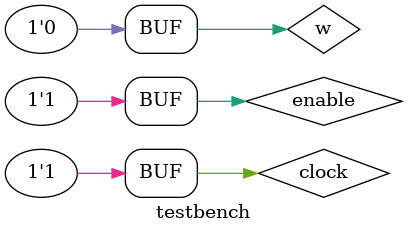
<source format=sv>

/****************************************************************************
 * Part1FSM.sv
 * Spencer Sawyer 
 ****************************************************************************/

  
/**
 * Module: Part1FSM
 * 
 * TODO: Add module documentation
 */
module Part1FSM(input enable, input clock, input w, output reg z,input reset);
	
	reg [3:0] CurrentState, NextState;
	localparam A=0,
		B=1,
		C=2,
		D=3,
		E=4,
		F=5,
		G=6,
		H=7,
		I=8;
	always_comb
	begin
		if(!reset)
		case (CurrentState)
			A:
				begin 
					z=0;
					if(w) NextState = B;
					else  NextState = F; 
				end
			B:
				begin
					z=0;
					if(w) NextState = C;
					else  NextState = F; 
				end
			C:
			begin
				z=0;
				if(w) NextState = D;
				else  NextState = F; 
			end
			D:
			begin
				z=0;
				if(w) NextState = E;
				else  NextState = F; 
			end
			E:
			begin
				z=1;
				if(w) NextState = E;
				else  NextState = F; 
			end
			F:
			begin
				z=0;
				if(w) NextState = B;
				else  NextState = G; 
			end
			G:
			begin
				z=0;
				if(w) NextState = B;
				else  NextState = H; 
			end
			H:
			begin
				z=0;
				if(w) NextState = B;
				else  NextState = I; 
			end
			I:
			begin
				z=1;
				if(w) NextState = B;
				else  NextState = I; 
			end
			default:
				begin
					z=0;
					NextState = A;
				end
		endcase
		else
			NextState=A;
	end
	always_ff @ (posedge clock)
	begin
		if(enable)
		begin
			CurrentState<=NextState;
			
		end
		else
		begin
			CurrentState<=CurrentState;
		end
		
		
	end


endmodule
module testbench;

	reg enable, clock, w, z;
	assign enable=1;
	
	Part1FSM testing(enable,clock,w,z,0);
	
	initial 
	begin
		
		for(int i=0;i<2;i++)
		begin
		w=0;
		clock=0;
		#10;
		clock=1;
		#10;
		end
		
			
			clock=0;
			#10;
			clock=1;
			#1;
			w=1;
			#9;
			clock=0;
			#10;
			clock=1;
			#1;
			w=0;
			#9;
		for(int i=0;i<4;i++)
		begin
			
			clock=0;
			#10;
			clock=1;
			#10;
		end
		for(int i=0;i<5;i++)
		begin
			w=1;
			clock=0;
			#10;
			clock=1;
			#10;
		end
		for(int i=0;i<2;i++)
		begin
			w=0;
			clock=0;
			#10;
			clock=1;
			#10;
		end
		
	end
		
	
endmodule



</source>
